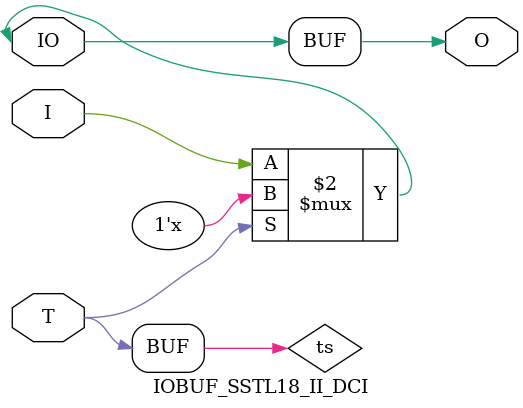
<source format=v>

/*

FUNCTION	: INPUT TRI-STATE OUTPUT BUFFER

*/

`celldefine
`timescale  100 ps / 10 ps

module IOBUF_SSTL18_II_DCI (O, IO, I, T);

    output O;

    inout  IO;

    input  I, T;

    or O1 (ts, 1'b0, T);
    bufif0 T1 (IO, I, ts);

    buf B1 (O, IO);

endmodule

</source>
